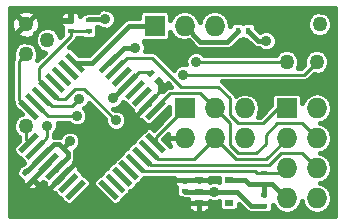
<source format=gtl>
%FSLAX46Y46*%
G04 Gerber Fmt 4.6, Leading zero omitted, Abs format (unit mm)*
G04 Created by KiCad (PCBNEW (2014-10-27 BZR 5228)-product) date 12/20/2014 4:46:43 PM*
%MOMM*%
G01*
G04 APERTURE LIST*
%ADD10C,0.100000*%
%ADD11C,1.270000*%
%ADD12R,1.727200X1.727200*%
%ADD13O,1.727200X1.727200*%
%ADD14R,0.762000X0.508000*%
%ADD15R,0.599440X0.398780*%
%ADD16R,0.398780X0.599440*%
%ADD17C,0.889000*%
%ADD18C,0.254000*%
%ADD19C,0.406400*%
%ADD20C,0.381000*%
G04 APERTURE END LIST*
D10*
D11*
X26416000Y-8382000D03*
X23876000Y-8382000D03*
X1778000Y-5207000D03*
D12*
X12700000Y-5334000D03*
D13*
X15240000Y-5334000D03*
X17780000Y-5334000D03*
D14*
X16446500Y-18415000D03*
X16446500Y-20320000D03*
X18986500Y-18415000D03*
X16446500Y-19367500D03*
X18986500Y-20320000D03*
D10*
G36*
X5439475Y-20077094D02*
X5121574Y-19759193D01*
X6535067Y-18345700D01*
X6852968Y-18663601D01*
X5439475Y-20077094D01*
X5439475Y-20077094D01*
G37*
G36*
X4873719Y-19511338D02*
X4555818Y-19193437D01*
X5969311Y-17779944D01*
X6287212Y-18097845D01*
X4873719Y-19511338D01*
X4873719Y-19511338D01*
G37*
G36*
X4307963Y-18945582D02*
X3990062Y-18627681D01*
X5403555Y-17214188D01*
X5721456Y-17532089D01*
X4307963Y-18945582D01*
X4307963Y-18945582D01*
G37*
G36*
X3742206Y-18379826D02*
X3424305Y-18061925D01*
X4837798Y-16648432D01*
X5155699Y-16966333D01*
X3742206Y-18379826D01*
X3742206Y-18379826D01*
G37*
G36*
X3176450Y-17814070D02*
X2858549Y-17496169D01*
X4272042Y-16082676D01*
X4589943Y-16400577D01*
X3176450Y-17814070D01*
X3176450Y-17814070D01*
G37*
G36*
X2610694Y-17248313D02*
X2292793Y-16930412D01*
X3706286Y-15516919D01*
X4024187Y-15834820D01*
X2610694Y-17248313D01*
X2610694Y-17248313D01*
G37*
G36*
X2044938Y-16682557D02*
X1727037Y-16364656D01*
X3140530Y-14951163D01*
X3458431Y-15269064D01*
X2044938Y-16682557D01*
X2044938Y-16682557D01*
G37*
G36*
X1479182Y-16116801D02*
X1161281Y-15798900D01*
X2574774Y-14385407D01*
X2892675Y-14703308D01*
X1479182Y-16116801D01*
X1479182Y-16116801D01*
G37*
G36*
X8246703Y-9356464D02*
X7928802Y-9038563D01*
X9342295Y-7625070D01*
X9660196Y-7942971D01*
X8246703Y-9356464D01*
X8246703Y-9356464D01*
G37*
G36*
X12215976Y-13325738D02*
X11898075Y-13007837D01*
X13311568Y-11594344D01*
X13629469Y-11912245D01*
X12215976Y-13325738D01*
X12215976Y-13325738D01*
G37*
G36*
X11641240Y-12751001D02*
X11323339Y-12433100D01*
X12736832Y-11019607D01*
X13054733Y-11337508D01*
X11641240Y-12751001D01*
X11641240Y-12751001D01*
G37*
G36*
X11066503Y-12176265D02*
X10748602Y-11858364D01*
X12162095Y-10444871D01*
X12479996Y-10762772D01*
X11066503Y-12176265D01*
X11066503Y-12176265D01*
G37*
G36*
X10509727Y-11619489D02*
X10191826Y-11301588D01*
X11605319Y-9888095D01*
X11923220Y-10205996D01*
X10509727Y-11619489D01*
X10509727Y-11619489D01*
G37*
G36*
X9934991Y-11044753D02*
X9617090Y-10726852D01*
X11030583Y-9313359D01*
X11348484Y-9631260D01*
X9934991Y-11044753D01*
X9934991Y-11044753D01*
G37*
G36*
X9378215Y-10487977D02*
X9060314Y-10170076D01*
X10473807Y-8756583D01*
X10791708Y-9074484D01*
X9378215Y-10487977D01*
X9378215Y-10487977D01*
G37*
G36*
X8803479Y-9913240D02*
X8485578Y-9595339D01*
X9899071Y-8181846D01*
X10216972Y-8499747D01*
X8803479Y-9913240D01*
X8803479Y-9913240D01*
G37*
G36*
X2567590Y-13293409D02*
X1154097Y-11879916D01*
X1471998Y-11562015D01*
X2885491Y-12975508D01*
X2567590Y-13293409D01*
X2567590Y-13293409D01*
G37*
G36*
X3131550Y-12729449D02*
X1718057Y-11315956D01*
X2035958Y-10998055D01*
X3449451Y-12411548D01*
X3131550Y-12729449D01*
X3131550Y-12729449D01*
G37*
G36*
X3699102Y-12161896D02*
X2285609Y-10748403D01*
X2603510Y-10430502D01*
X4017003Y-11843995D01*
X3699102Y-12161896D01*
X3699102Y-12161896D01*
G37*
G36*
X4263062Y-11597936D02*
X2849569Y-10184443D01*
X3167470Y-9866542D01*
X4580963Y-11280035D01*
X4263062Y-11597936D01*
X4263062Y-11597936D01*
G37*
G36*
X4830614Y-11030384D02*
X3417121Y-9616891D01*
X3735022Y-9298990D01*
X5148515Y-10712483D01*
X4830614Y-11030384D01*
X4830614Y-11030384D01*
G37*
G36*
X5394574Y-10466424D02*
X3981081Y-9052931D01*
X4298982Y-8735030D01*
X5712475Y-10148523D01*
X5394574Y-10466424D01*
X5394574Y-10466424D01*
G37*
G36*
X5962127Y-9898872D02*
X4548634Y-8485379D01*
X4866535Y-8167478D01*
X6280028Y-9580971D01*
X5962127Y-9898872D01*
X5962127Y-9898872D01*
G37*
G36*
X6526087Y-9334912D02*
X5112594Y-7921419D01*
X5430495Y-7603518D01*
X6843988Y-9017011D01*
X6526087Y-9334912D01*
X6526087Y-9334912D01*
G37*
G36*
X9360255Y-20078890D02*
X7946762Y-18665397D01*
X8264663Y-18347496D01*
X9678156Y-19760989D01*
X9360255Y-20078890D01*
X9360255Y-20078890D01*
G37*
G36*
X9917031Y-19522114D02*
X8503538Y-18108621D01*
X8821439Y-17790720D01*
X10234932Y-19204213D01*
X9917031Y-19522114D01*
X9917031Y-19522114D01*
G37*
G36*
X10491768Y-18947378D02*
X9078275Y-17533885D01*
X9396176Y-17215984D01*
X10809669Y-18629477D01*
X10491768Y-18947378D01*
X10491768Y-18947378D01*
G37*
G36*
X11048544Y-18390602D02*
X9635051Y-16977109D01*
X9952952Y-16659208D01*
X11366445Y-18072701D01*
X11048544Y-18390602D01*
X11048544Y-18390602D01*
G37*
G36*
X11605319Y-17833826D02*
X10191826Y-16420333D01*
X10509727Y-16102432D01*
X11923220Y-17515925D01*
X11605319Y-17833826D01*
X11605319Y-17833826D01*
G37*
G36*
X12180056Y-17259090D02*
X10766563Y-15845597D01*
X11084464Y-15527696D01*
X12497957Y-16941189D01*
X12180056Y-17259090D01*
X12180056Y-17259090D01*
G37*
G36*
X12754792Y-16684353D02*
X11341299Y-15270860D01*
X11659200Y-14952959D01*
X13072693Y-16366452D01*
X12754792Y-16684353D01*
X12754792Y-16684353D01*
G37*
G36*
X13329529Y-16109617D02*
X11916036Y-14696124D01*
X12233937Y-14378223D01*
X13647430Y-15791716D01*
X13329529Y-16109617D01*
X13329529Y-16109617D01*
G37*
D12*
X23876000Y-12319000D03*
D13*
X26416000Y-12319000D03*
X23876000Y-14859000D03*
X26416000Y-14859000D03*
X23876000Y-17399000D03*
X26416000Y-17399000D03*
X23876000Y-19939000D03*
X26416000Y-19939000D03*
D12*
X15240000Y-12319000D03*
D13*
X15240000Y-14859000D03*
X17780000Y-12319000D03*
X17780000Y-14859000D03*
X20320000Y-12319000D03*
X20320000Y-14859000D03*
D11*
X1778000Y-13843000D03*
X1778000Y-7747000D03*
X3619500Y-6540500D03*
X26670000Y-5207000D03*
D10*
G36*
X2766325Y-18280957D02*
X2342457Y-18704825D01*
X2060477Y-18422845D01*
X2484345Y-17998977D01*
X2766325Y-18280957D01*
X2766325Y-18280957D01*
G37*
G36*
X2130523Y-17645155D02*
X1706655Y-18069023D01*
X1424675Y-17787043D01*
X1848543Y-17363175D01*
X2130523Y-17645155D01*
X2130523Y-17645155D01*
G37*
D15*
X15240000Y-19309080D03*
X15240000Y-18409920D03*
D10*
G36*
X13370825Y-9898957D02*
X12946957Y-10322825D01*
X12664977Y-10040845D01*
X13088845Y-9616977D01*
X13370825Y-9898957D01*
X13370825Y-9898957D01*
G37*
G36*
X12735023Y-9263155D02*
X12311155Y-9687023D01*
X12029175Y-9405043D01*
X12453043Y-8981175D01*
X12735023Y-9263155D01*
X12735023Y-9263155D01*
G37*
D15*
X7112000Y-4884420D03*
X7112000Y-5783580D03*
X21971000Y-20579080D03*
X21971000Y-19679920D03*
X5588000Y-5783580D03*
X5588000Y-4884420D03*
X21971000Y-18737580D03*
X21971000Y-17838420D03*
D16*
X20642580Y-5778500D03*
X19743420Y-5778500D03*
D17*
X3619500Y-13779500D03*
X9398000Y-13335000D03*
X11049000Y-7175500D03*
X12890500Y-18542000D03*
X17716500Y-19367500D03*
X5524500Y-15113000D03*
X9194800Y-11455400D03*
X22161500Y-6604000D03*
X8509000Y-4762500D03*
X6286500Y-11557000D03*
X16192500Y-8382000D03*
X6096000Y-12954000D03*
X15113000Y-9461500D03*
D18*
X3619500Y-13779500D02*
X3619500Y-14790094D01*
X3619500Y-14790094D02*
X2592734Y-15816860D01*
X1778000Y-15002126D02*
X2026978Y-15251104D01*
X1778000Y-13843000D02*
X1778000Y-15002126D01*
X2019794Y-12427712D02*
X1206500Y-11614418D01*
X1206500Y-11614418D02*
X1206500Y-8318500D01*
X1206500Y-8318500D02*
X1778000Y-7747000D01*
X3715266Y-10732239D02*
X4540027Y-11557000D01*
X6731000Y-10668000D02*
X9398000Y-13335000D01*
X5969000Y-10668000D02*
X6731000Y-10668000D01*
X5080000Y-11557000D02*
X5969000Y-10668000D01*
X4540027Y-11557000D02*
X5080000Y-11557000D01*
X20320000Y-12319000D02*
X20325500Y-12319000D01*
X2921000Y-8890000D02*
X5588000Y-6223000D01*
X2921000Y-9937973D02*
X2921000Y-8890000D01*
X2921000Y-9937973D02*
X3715266Y-10732239D01*
X5588000Y-5784000D02*
X5588000Y-6223000D01*
X7012000Y-5784000D02*
X7112000Y-5884000D01*
X5588000Y-5784000D02*
X7012000Y-5784000D01*
X16256000Y-16383000D02*
X17780000Y-14859000D01*
X13025340Y-16637000D02*
X12206996Y-15818656D01*
X16002000Y-16637000D02*
X13025340Y-16637000D01*
X16256000Y-16383000D02*
X16002000Y-16637000D01*
X19558000Y-16637000D02*
X17780000Y-14859000D01*
X22141576Y-16637000D02*
X19558000Y-16637000D01*
X23876000Y-14902576D02*
X22141576Y-16637000D01*
X23876000Y-14859000D02*
X23876000Y-14902576D01*
X12781733Y-15243920D02*
X12781733Y-15094767D01*
X12781733Y-14777267D02*
X15240000Y-12319000D01*
X12781733Y-15243920D02*
X12781733Y-14777267D01*
X12763772Y-12460041D02*
X12763772Y-12445728D01*
X12763772Y-12460041D02*
X12812959Y-12460041D01*
X12763772Y-12318728D02*
X12763772Y-12460041D01*
X14033500Y-11049000D02*
X12763772Y-12318728D01*
X16510000Y-11049000D02*
X14033500Y-11049000D01*
X17780000Y-12319000D02*
X16510000Y-11049000D01*
X19050000Y-13589000D02*
X19050000Y-15049500D01*
X19050000Y-15049500D02*
X19050000Y-15410576D01*
X19050000Y-15410576D02*
X19768422Y-16128998D01*
X19768422Y-16128998D02*
X21272502Y-16128998D01*
X21272502Y-16128998D02*
X22098000Y-15303500D01*
X22098000Y-15303500D02*
X22098000Y-14541500D01*
X22098000Y-14541500D02*
X23050500Y-13589000D01*
X23050500Y-13589000D02*
X25146000Y-13589000D01*
X25146000Y-13589000D02*
X26416000Y-14859000D01*
X17780000Y-12319000D02*
X19050000Y-13589000D01*
X23114000Y-12319000D02*
X23876000Y-12319000D01*
X10334318Y-8064500D02*
X12509500Y-8064500D01*
X12509500Y-8064500D02*
X14922500Y-10477500D01*
X14922500Y-10477500D02*
X18097500Y-10477500D01*
X18097500Y-10477500D02*
X19050000Y-11430000D01*
X19050000Y-11430000D02*
X19050000Y-12870576D01*
X19050000Y-12870576D02*
X19768424Y-13589000D01*
X19768424Y-13589000D02*
X21844000Y-13589000D01*
X21844000Y-13589000D02*
X23114000Y-12319000D01*
X9351275Y-9047543D02*
X10334318Y-8064500D01*
X25146000Y-16129000D02*
X26416000Y-17399000D01*
X23368000Y-16129000D02*
X25146000Y-16129000D01*
X22605998Y-16891002D02*
X23368000Y-16129000D01*
X22351998Y-17145002D02*
X22605998Y-16891002D01*
X12383869Y-17145002D02*
X22351998Y-17145002D01*
X11632260Y-16393393D02*
X12383869Y-17145002D01*
X21971000Y-17838420D02*
X23436580Y-17838420D01*
X23436580Y-17838420D02*
X23876000Y-17399000D01*
X20701000Y-17653004D02*
X21209004Y-17653004D01*
X21394420Y-17838420D02*
X21971000Y-17838420D01*
X21209004Y-17653004D02*
X21394420Y-17838420D01*
X11742398Y-17653004D02*
X20701000Y-17653004D01*
X20701000Y-17653004D02*
X20706084Y-17653004D01*
X11057523Y-16968129D02*
X11742398Y-17653004D01*
D19*
X21971000Y-18737580D02*
X20706080Y-18737580D01*
X20383500Y-18415000D02*
X18986500Y-18415000D01*
X20706080Y-18737580D02*
X20383500Y-18415000D01*
X21971000Y-19679920D02*
X21971000Y-18737580D01*
X21971000Y-18737580D02*
X22674580Y-18737580D01*
X22674580Y-18737580D02*
X23876000Y-19939000D01*
X7405785Y-8469215D02*
X10541000Y-5334000D01*
X10541000Y-5334000D02*
X12700000Y-5334000D01*
X5978291Y-8469215D02*
X7405785Y-8469215D01*
X10109766Y-7175500D02*
X11049000Y-7175500D01*
X8794499Y-8490767D02*
X10109766Y-7175500D01*
X16573500Y-6667500D02*
X18854000Y-6667500D01*
X18854000Y-6667500D02*
X19743000Y-5778500D01*
X15240000Y-5334000D02*
X16573500Y-6667500D01*
X13022580Y-18409920D02*
X15240000Y-18409920D01*
X12890500Y-18542000D02*
X13022580Y-18409920D01*
X16446500Y-18415000D02*
X15245080Y-18415000D01*
X15245080Y-18415000D02*
X15240000Y-18409920D01*
X4855759Y-18079885D02*
X3758644Y-19177000D01*
X3238500Y-19177000D02*
X2484409Y-18422909D01*
X3758644Y-19177000D02*
X3238500Y-19177000D01*
X3724246Y-16948373D02*
X2484409Y-18188210D01*
X2484409Y-18188210D02*
X2484409Y-18422909D01*
D18*
X12189036Y-11885304D02*
X13088909Y-10985431D01*
X13088909Y-10985431D02*
X13088909Y-10040909D01*
D19*
X7695644Y-15240000D02*
X8834340Y-15240000D01*
X8834340Y-15240000D02*
X12189036Y-11885304D01*
X4855759Y-18079885D02*
X7695644Y-15240000D01*
X21971000Y-20579080D02*
X20896580Y-20579080D01*
X17716500Y-19367500D02*
X16446500Y-19367500D01*
X19685000Y-19367500D02*
X17716500Y-19367500D01*
X20896580Y-20579080D02*
X19685000Y-19367500D01*
X4921250Y-15716250D02*
X5524500Y-15113000D01*
X10482787Y-10179056D02*
X9206443Y-11455400D01*
X4290002Y-17514129D02*
X5334000Y-16470131D01*
X4174106Y-15367000D02*
X3158490Y-16382616D01*
X4572000Y-15367000D02*
X4921250Y-15716250D01*
X4921250Y-15716250D02*
X5334000Y-16129000D01*
X4174106Y-15367000D02*
X4572000Y-15367000D01*
X5334000Y-16470131D02*
X5334000Y-16129000D01*
X4329871Y-17514129D02*
X4290002Y-17514129D01*
X3158490Y-16382616D02*
X1896015Y-17645091D01*
X1896015Y-17645091D02*
X1706591Y-17645091D01*
D18*
X10482787Y-10179056D02*
X11398752Y-9263091D01*
X11398752Y-9263091D02*
X12311091Y-9263091D01*
D19*
X21468500Y-6604000D02*
X22161500Y-6604000D01*
X20643000Y-5778500D02*
X21468500Y-6604000D01*
X8487500Y-4784000D02*
X8509000Y-4762500D01*
X7112000Y-4784000D02*
X8487500Y-4784000D01*
X15240000Y-19309080D02*
X15298420Y-19367500D01*
X15298420Y-19367500D02*
X16446500Y-19367500D01*
D18*
X3983607Y-12128500D02*
X5715000Y-12128500D01*
X5715000Y-12128500D02*
X6286500Y-11557000D01*
X3151306Y-11296199D02*
X3983607Y-12128500D01*
X16192500Y-8382000D02*
X23876000Y-8382000D01*
X3674002Y-12954000D02*
X6096000Y-12954000D01*
X2583754Y-11863752D02*
X3674002Y-12954000D01*
X25336500Y-9461500D02*
X26416000Y-8382000D01*
X15113000Y-9461500D02*
X25336500Y-9461500D01*
D20*
G36*
X3756348Y-16962515D02*
X3738388Y-16980475D01*
X3724246Y-16966334D01*
X3710103Y-16980475D01*
X3692143Y-16962515D01*
X3706285Y-16948373D01*
X3692143Y-16934231D01*
X3710104Y-16916270D01*
X3724246Y-16930412D01*
X3738388Y-16916270D01*
X3756348Y-16934230D01*
X3742207Y-16948373D01*
X3756348Y-16962515D01*
X3756348Y-16962515D01*
G37*
X3756348Y-16962515D02*
X3738388Y-16980475D01*
X3724246Y-16966334D01*
X3710103Y-16980475D01*
X3692143Y-16962515D01*
X3706285Y-16948373D01*
X3692143Y-16934231D01*
X3710104Y-16916270D01*
X3724246Y-16930412D01*
X3738388Y-16916270D01*
X3756348Y-16934230D01*
X3742207Y-16948373D01*
X3756348Y-16962515D01*
G36*
X14114276Y-10477500D02*
X14033505Y-10477500D01*
X14033500Y-10477499D01*
X13814797Y-10521002D01*
X13753274Y-10562110D01*
X13629388Y-10644888D01*
X13629385Y-10644891D01*
X13399862Y-10874414D01*
X13389822Y-10884454D01*
X13207849Y-10884454D01*
X13308875Y-10783428D01*
X13301726Y-10776279D01*
X13431451Y-10646554D01*
X13452994Y-10625011D01*
X13452994Y-10422955D01*
X13017901Y-9987862D01*
X13003759Y-10002004D01*
X12985798Y-9984043D01*
X12999940Y-9969901D01*
X12985798Y-9955759D01*
X13003759Y-9937798D01*
X13017901Y-9951940D01*
X13032042Y-9937797D01*
X13050003Y-9955758D01*
X13035862Y-9969901D01*
X13470955Y-10404994D01*
X13673011Y-10404994D01*
X13694554Y-10383451D01*
X13855320Y-10222685D01*
X13856533Y-10219756D01*
X14114276Y-10477500D01*
X14114276Y-10477500D01*
G37*
X14114276Y-10477500D02*
X14033505Y-10477500D01*
X14033500Y-10477499D01*
X13814797Y-10521002D01*
X13753274Y-10562110D01*
X13629388Y-10644888D01*
X13629385Y-10644891D01*
X13399862Y-10874414D01*
X13389822Y-10884454D01*
X13207849Y-10884454D01*
X13308875Y-10783428D01*
X13301726Y-10776279D01*
X13431451Y-10646554D01*
X13452994Y-10625011D01*
X13452994Y-10422955D01*
X13017901Y-9987862D01*
X13003759Y-10002004D01*
X12985798Y-9984043D01*
X12999940Y-9969901D01*
X12985798Y-9955759D01*
X13003759Y-9937798D01*
X13017901Y-9951940D01*
X13032042Y-9937797D01*
X13050003Y-9955758D01*
X13035862Y-9969901D01*
X13470955Y-10404994D01*
X13673011Y-10404994D01*
X13694554Y-10383451D01*
X13855320Y-10222685D01*
X13856533Y-10219756D01*
X14114276Y-10477500D01*
G36*
X15272700Y-14871700D02*
X15252700Y-14871700D01*
X15252700Y-14891700D01*
X15227300Y-14891700D01*
X15227300Y-14871700D01*
X13947837Y-14871700D01*
X13824610Y-15096034D01*
X13841641Y-15181656D01*
X13985543Y-15501211D01*
X13899219Y-15414887D01*
X13425777Y-14941445D01*
X13850457Y-14516766D01*
X13841641Y-14536344D01*
X13824610Y-14621966D01*
X13947837Y-14846300D01*
X15227300Y-14846300D01*
X15227300Y-14826300D01*
X15252700Y-14826300D01*
X15252700Y-14846300D01*
X15272700Y-14846300D01*
X15272700Y-14871700D01*
X15272700Y-14871700D01*
G37*
X15272700Y-14871700D02*
X15252700Y-14871700D01*
X15252700Y-14891700D01*
X15227300Y-14891700D01*
X15227300Y-14871700D01*
X13947837Y-14871700D01*
X13824610Y-15096034D01*
X13841641Y-15181656D01*
X13985543Y-15501211D01*
X13899219Y-15414887D01*
X13425777Y-14941445D01*
X13850457Y-14516766D01*
X13841641Y-14536344D01*
X13824610Y-14621966D01*
X13947837Y-14846300D01*
X15227300Y-14846300D01*
X15227300Y-14826300D01*
X15252700Y-14826300D01*
X15252700Y-14846300D01*
X15272700Y-14846300D01*
X15272700Y-14871700D01*
G36*
X27953500Y-21476500D02*
X27749687Y-21476500D01*
X27749687Y-4993216D01*
X27585689Y-4596311D01*
X27282286Y-4292378D01*
X26885668Y-4127687D01*
X26456216Y-4127313D01*
X26059311Y-4291311D01*
X25755378Y-4594714D01*
X25590687Y-4991332D01*
X25590313Y-5420784D01*
X25754311Y-5817689D01*
X26057714Y-6121622D01*
X26454332Y-6286313D01*
X26883784Y-6286687D01*
X27280689Y-6122689D01*
X27584622Y-5819286D01*
X27749313Y-5422668D01*
X27749687Y-4993216D01*
X27749687Y-21476500D01*
X27724100Y-21476500D01*
X27724100Y-19964627D01*
X27724100Y-19913373D01*
X27624527Y-19412785D01*
X27340966Y-18988407D01*
X26916588Y-18704846D01*
X26736377Y-18669000D01*
X26916588Y-18633154D01*
X27340966Y-18349593D01*
X27624527Y-17925215D01*
X27724100Y-17424627D01*
X27724100Y-17373373D01*
X27624527Y-16872785D01*
X27340966Y-16448407D01*
X26916588Y-16164846D01*
X26736377Y-16129000D01*
X26916588Y-16093154D01*
X27340966Y-15809593D01*
X27624527Y-15385215D01*
X27724100Y-14884627D01*
X27724100Y-14833373D01*
X27624527Y-14332785D01*
X27340966Y-13908407D01*
X26916588Y-13624846D01*
X26736377Y-13589000D01*
X26916588Y-13553154D01*
X27340966Y-13269593D01*
X27624527Y-12845215D01*
X27724100Y-12344627D01*
X27724100Y-12293373D01*
X27624527Y-11792785D01*
X27340966Y-11368407D01*
X26916588Y-11084846D01*
X26416000Y-10985273D01*
X25915412Y-11084846D01*
X25491034Y-11368407D01*
X25207473Y-11792785D01*
X25184100Y-11910289D01*
X25184100Y-11366984D01*
X25116429Y-11203611D01*
X24991389Y-11078571D01*
X24828017Y-11010900D01*
X24651184Y-11010900D01*
X22923984Y-11010900D01*
X22760611Y-11078571D01*
X22635571Y-11203611D01*
X22567900Y-11366983D01*
X22567900Y-11543816D01*
X22567900Y-12056876D01*
X21607276Y-13017500D01*
X21421913Y-13017500D01*
X21554154Y-12819588D01*
X21653727Y-12319000D01*
X21554154Y-11818412D01*
X21270593Y-11394034D01*
X20846215Y-11110473D01*
X20345627Y-11010900D01*
X20294373Y-11010900D01*
X19793785Y-11110473D01*
X19585610Y-11249571D01*
X19577997Y-11211297D01*
X19577997Y-11211296D01*
X19454112Y-11025888D01*
X19454108Y-11025885D01*
X18501612Y-10073388D01*
X18441166Y-10033000D01*
X25336494Y-10033000D01*
X25336500Y-10033001D01*
X25336500Y-10033000D01*
X25518917Y-9996714D01*
X25555203Y-9989497D01*
X25555204Y-9989497D01*
X25740612Y-9865612D01*
X26161171Y-9445052D01*
X26200332Y-9461313D01*
X26629784Y-9461687D01*
X27026689Y-9297689D01*
X27330622Y-8994286D01*
X27495313Y-8597668D01*
X27495687Y-8168216D01*
X27331689Y-7771311D01*
X27028286Y-7467378D01*
X26631668Y-7302687D01*
X26202216Y-7302313D01*
X25805311Y-7466311D01*
X25501378Y-7769714D01*
X25336687Y-8166332D01*
X25336313Y-8595784D01*
X25353177Y-8636598D01*
X25099776Y-8890000D01*
X24833925Y-8890000D01*
X24955313Y-8597668D01*
X24955687Y-8168216D01*
X24791689Y-7771311D01*
X24488286Y-7467378D01*
X24091668Y-7302687D01*
X23662216Y-7302313D01*
X23265311Y-7466311D01*
X22961378Y-7769714D01*
X22944442Y-7810500D01*
X16878136Y-7810500D01*
X16696736Y-7628782D01*
X16370109Y-7493154D01*
X16016443Y-7492846D01*
X15689580Y-7627903D01*
X15439282Y-7877764D01*
X15303654Y-8204391D01*
X15303346Y-8558057D01*
X15313264Y-8582061D01*
X15290609Y-8572654D01*
X14936943Y-8572346D01*
X14610080Y-8707403D01*
X14359782Y-8957264D01*
X14315978Y-9062754D01*
X12913612Y-7660388D01*
X12728204Y-7536503D01*
X12691917Y-7529285D01*
X12509500Y-7492999D01*
X12509494Y-7493000D01*
X11879757Y-7493000D01*
X11937846Y-7353109D01*
X11938154Y-6999443D01*
X11803097Y-6672580D01*
X11772670Y-6642100D01*
X11924816Y-6642100D01*
X13652016Y-6642100D01*
X13815389Y-6574429D01*
X13940429Y-6449389D01*
X14008100Y-6286017D01*
X14008100Y-6109184D01*
X14008100Y-5837961D01*
X14289407Y-6258966D01*
X14713785Y-6542527D01*
X15214373Y-6642100D01*
X15265627Y-6642100D01*
X15571309Y-6581295D01*
X16115507Y-7125493D01*
X16325636Y-7265897D01*
X16573500Y-7315200D01*
X18854000Y-7315200D01*
X19101864Y-7265897D01*
X19311993Y-7125493D01*
X19914766Y-6522720D01*
X20031226Y-6522720D01*
X20192999Y-6455711D01*
X20354773Y-6522720D01*
X20471234Y-6522720D01*
X21010507Y-7061993D01*
X21220636Y-7202397D01*
X21468500Y-7251700D01*
X21551930Y-7251700D01*
X21657264Y-7357218D01*
X21983891Y-7492846D01*
X22337557Y-7493154D01*
X22664420Y-7358097D01*
X22914718Y-7108236D01*
X23050346Y-6781609D01*
X23050654Y-6427943D01*
X22915597Y-6101080D01*
X22665736Y-5850782D01*
X22339109Y-5715154D01*
X21985443Y-5714846D01*
X21658580Y-5849903D01*
X21644472Y-5863986D01*
X21286470Y-5505984D01*
X21286470Y-5390364D01*
X21218799Y-5226991D01*
X21093759Y-5101951D01*
X20930387Y-5034280D01*
X20753554Y-5034280D01*
X20354774Y-5034280D01*
X20193000Y-5101288D01*
X20031227Y-5034280D01*
X19854394Y-5034280D01*
X19455614Y-5034280D01*
X19292241Y-5101951D01*
X19167201Y-5226991D01*
X19105274Y-5376495D01*
X19113727Y-5334000D01*
X19014154Y-4833412D01*
X18730593Y-4409034D01*
X18306215Y-4125473D01*
X17805627Y-4025900D01*
X17754373Y-4025900D01*
X17253785Y-4125473D01*
X16829407Y-4409034D01*
X16545846Y-4833412D01*
X16510000Y-5013622D01*
X16474154Y-4833412D01*
X16190593Y-4409034D01*
X15766215Y-4125473D01*
X15265627Y-4025900D01*
X15214373Y-4025900D01*
X14713785Y-4125473D01*
X14289407Y-4409034D01*
X14008100Y-4830038D01*
X14008100Y-4381984D01*
X13940429Y-4218611D01*
X13815389Y-4093571D01*
X13652017Y-4025900D01*
X13475184Y-4025900D01*
X11747984Y-4025900D01*
X11584611Y-4093571D01*
X11459571Y-4218611D01*
X11391900Y-4381983D01*
X11391900Y-4558816D01*
X11391900Y-4686300D01*
X10541000Y-4686300D01*
X10293136Y-4735603D01*
X10083007Y-4876007D01*
X7137498Y-7821515D01*
X6277110Y-7821515D01*
X5682285Y-7226690D01*
X5518912Y-7159018D01*
X5460205Y-7159018D01*
X5992108Y-6627114D01*
X5992112Y-6627112D01*
X5992112Y-6627111D01*
X6074889Y-6503226D01*
X6115997Y-6441704D01*
X6115998Y-6441703D01*
X6131641Y-6363057D01*
X6139509Y-6359799D01*
X6143808Y-6355500D01*
X6556192Y-6355500D01*
X6560491Y-6359799D01*
X6723863Y-6427470D01*
X6900696Y-6427470D01*
X6971084Y-6427470D01*
X7112000Y-6455500D01*
X7252915Y-6427470D01*
X7500136Y-6427470D01*
X7663509Y-6359799D01*
X7788549Y-6234759D01*
X7856220Y-6071387D01*
X7856220Y-5894554D01*
X7856220Y-5495774D01*
X7829679Y-5431700D01*
X7920892Y-5431700D01*
X8004764Y-5515718D01*
X8331391Y-5651346D01*
X8685057Y-5651654D01*
X9011920Y-5516597D01*
X9262218Y-5266736D01*
X9397846Y-4940109D01*
X9398154Y-4586443D01*
X9263097Y-4259580D01*
X9013236Y-4009282D01*
X8686609Y-3873654D01*
X8332943Y-3873346D01*
X8006080Y-4008403D01*
X7877959Y-4136300D01*
X7112000Y-4136300D01*
X6864136Y-4185603D01*
X6781932Y-4240530D01*
X6723864Y-4240530D01*
X6560491Y-4308201D01*
X6435451Y-4433241D01*
X6418731Y-4473604D01*
X6372214Y-4361302D01*
X6211449Y-4200536D01*
X6001399Y-4113530D01*
X5774042Y-4113530D01*
X5743575Y-4113530D01*
X5600700Y-4256405D01*
X5600700Y-4871720D01*
X5620700Y-4871720D01*
X5620700Y-4897120D01*
X5600700Y-4897120D01*
X5600700Y-4917120D01*
X5575300Y-4917120D01*
X5575300Y-4897120D01*
X5575300Y-4871720D01*
X5575300Y-4256405D01*
X5432425Y-4113530D01*
X5401958Y-4113530D01*
X5174601Y-4113530D01*
X4964551Y-4200536D01*
X4803786Y-4361302D01*
X4716780Y-4571352D01*
X4716780Y-4728845D01*
X4859655Y-4871720D01*
X5575300Y-4871720D01*
X5575300Y-4897120D01*
X4859655Y-4897120D01*
X4716780Y-5039995D01*
X4716780Y-5197488D01*
X4803786Y-5407538D01*
X4857909Y-5461661D01*
X4843780Y-5495773D01*
X4843780Y-5672606D01*
X4843780Y-6071386D01*
X4869440Y-6133336D01*
X4692425Y-6310351D01*
X4535189Y-5929811D01*
X4231786Y-5625878D01*
X3835168Y-5461187D01*
X3405716Y-5460813D01*
X3008811Y-5624811D01*
X2835140Y-5798178D01*
X2977049Y-5481805D01*
X2990940Y-5002031D01*
X2820172Y-4553461D01*
X2780613Y-4494257D01*
X2555738Y-4447222D01*
X2537778Y-4465182D01*
X2537778Y-4429262D01*
X2490743Y-4204387D01*
X2052805Y-4007951D01*
X1573031Y-3994060D01*
X1124461Y-4164828D01*
X1065257Y-4204387D01*
X1018222Y-4429262D01*
X1778000Y-5189039D01*
X2537778Y-4429262D01*
X2537778Y-4465182D01*
X1795961Y-5207000D01*
X1810102Y-5221142D01*
X1792142Y-5239102D01*
X1778000Y-5224961D01*
X1760039Y-5242921D01*
X1760039Y-5207000D01*
X1000262Y-4447222D01*
X775387Y-4494257D01*
X578951Y-4932195D01*
X565060Y-5411969D01*
X735828Y-5860539D01*
X775387Y-5919743D01*
X1000262Y-5966778D01*
X1760039Y-5207000D01*
X1760039Y-5242921D01*
X1018222Y-5984738D01*
X1065257Y-6209613D01*
X1503195Y-6406049D01*
X1982969Y-6419940D01*
X2431539Y-6249172D01*
X2490743Y-6209613D01*
X2537777Y-5984740D01*
X2537778Y-5984741D01*
X2636218Y-6083181D01*
X2643590Y-6075808D01*
X2540187Y-6324832D01*
X2539813Y-6754284D01*
X2703811Y-7151189D01*
X3007214Y-7455122D01*
X3389086Y-7613690D01*
X2727510Y-8275265D01*
X2857313Y-7962668D01*
X2857687Y-7533216D01*
X2693689Y-7136311D01*
X2537778Y-6980127D01*
X2390286Y-6832378D01*
X1993668Y-6667687D01*
X1564216Y-6667313D01*
X1167311Y-6831311D01*
X863378Y-7134714D01*
X698687Y-7531332D01*
X698313Y-7960784D01*
X726234Y-8028359D01*
X726234Y-8028360D01*
X678503Y-8099796D01*
X671285Y-8136082D01*
X634999Y-8318500D01*
X635000Y-8318505D01*
X635000Y-11614412D01*
X634999Y-11614418D01*
X671285Y-11796835D01*
X678503Y-11833122D01*
X709597Y-11879657D01*
X709597Y-11968333D01*
X777268Y-12131705D01*
X902308Y-12256745D01*
X1454294Y-12808731D01*
X1167311Y-12927311D01*
X863378Y-13230714D01*
X698687Y-13627332D01*
X698313Y-14056784D01*
X862311Y-14453689D01*
X1165714Y-14757622D01*
X1206500Y-14774557D01*
X1206500Y-15002120D01*
X1206499Y-15002126D01*
X1226896Y-15104666D01*
X784453Y-15547110D01*
X716781Y-15710483D01*
X716781Y-15887316D01*
X784452Y-16050688D01*
X909492Y-16175728D01*
X1227393Y-16493629D01*
X1314236Y-16529601D01*
X1350208Y-16616444D01*
X1475248Y-16741484D01*
X1679441Y-16945677D01*
X1668486Y-16956633D01*
X1596754Y-16986346D01*
X1555694Y-17027406D01*
X1458727Y-17046694D01*
X1248598Y-17187098D01*
X1108194Y-17397227D01*
X1088906Y-17494193D01*
X1047846Y-17535254D01*
X980175Y-17698626D01*
X980175Y-17875460D01*
X1047846Y-18038832D01*
X1172886Y-18163872D01*
X1454866Y-18445852D01*
X1488977Y-18459981D01*
X1488978Y-18536524D01*
X1575983Y-18746574D01*
X1687347Y-18857938D01*
X1889403Y-18857938D01*
X2395440Y-18351901D01*
X2381298Y-18337759D01*
X2399259Y-18319798D01*
X2413401Y-18333940D01*
X2427543Y-18319798D01*
X2445504Y-18337759D01*
X2431362Y-18351901D01*
X2866455Y-18786994D01*
X3068511Y-18786994D01*
X3090054Y-18765451D01*
X3250820Y-18604685D01*
X3276485Y-18542722D01*
X3418562Y-18684799D01*
X3418562Y-18741359D01*
X3505568Y-18951409D01*
X3634893Y-19080735D01*
X3836949Y-19080735D01*
X4837798Y-18079885D01*
X4823656Y-18065743D01*
X4841617Y-18047782D01*
X4855759Y-18061924D01*
X5856609Y-17061075D01*
X5856609Y-16859019D01*
X5845554Y-16847964D01*
X5932397Y-16717995D01*
X5981700Y-16470131D01*
X5981700Y-16129000D01*
X5937033Y-15904444D01*
X6027420Y-15867097D01*
X6277718Y-15617236D01*
X6413346Y-15290609D01*
X6413654Y-14936943D01*
X6278597Y-14610080D01*
X6028736Y-14359782D01*
X5702109Y-14224154D01*
X5348443Y-14223846D01*
X5021580Y-14358903D01*
X4771282Y-14608764D01*
X4713680Y-14747481D01*
X4572000Y-14719300D01*
X4191000Y-14719300D01*
X4191000Y-14465136D01*
X4372718Y-14283736D01*
X4508346Y-13957109D01*
X4508654Y-13603443D01*
X4476448Y-13525500D01*
X5410363Y-13525500D01*
X5591764Y-13707218D01*
X5918391Y-13842846D01*
X6272057Y-13843154D01*
X6598920Y-13708097D01*
X6849218Y-13458236D01*
X6984846Y-13131609D01*
X6985154Y-12777943D01*
X6850097Y-12451080D01*
X6733445Y-12334224D01*
X6789420Y-12311097D01*
X7039718Y-12061236D01*
X7120784Y-11866007D01*
X8509069Y-13254292D01*
X8508846Y-13511057D01*
X8643903Y-13837920D01*
X8893764Y-14088218D01*
X9220391Y-14223846D01*
X9574057Y-14224154D01*
X9900920Y-14089097D01*
X10151218Y-13839236D01*
X10286846Y-13512609D01*
X10287154Y-13158943D01*
X10152097Y-12832080D01*
X9902236Y-12581782D01*
X9575609Y-12446154D01*
X9317152Y-12445928D01*
X9215642Y-12344418D01*
X9370857Y-12344554D01*
X9697720Y-12209497D01*
X9948018Y-11959636D01*
X10028187Y-11766566D01*
X10257938Y-11996317D01*
X10338431Y-12029658D01*
X10371773Y-12110152D01*
X10496813Y-12235192D01*
X10751839Y-12490218D01*
X10751839Y-12546778D01*
X10838845Y-12756828D01*
X10968170Y-12886154D01*
X11170226Y-12886154D01*
X12171075Y-11885304D01*
X12156933Y-11871162D01*
X12174894Y-11853201D01*
X12189036Y-11867343D01*
X12203178Y-11853201D01*
X12221138Y-11871161D01*
X12206997Y-11885304D01*
X12221139Y-11899446D01*
X12203178Y-11917407D01*
X12189036Y-11903265D01*
X11188186Y-12904114D01*
X11188186Y-13106169D01*
X11188186Y-13106170D01*
X11317512Y-13235495D01*
X11527562Y-13322501D01*
X11584121Y-13322500D01*
X11646286Y-13384665D01*
X11964187Y-13702566D01*
X12127560Y-13770238D01*
X12304393Y-13770238D01*
X12467765Y-13702567D01*
X12592805Y-13577527D01*
X13931900Y-12238432D01*
X13931900Y-12818876D01*
X12617554Y-14133222D01*
X12485727Y-14001395D01*
X12322354Y-13933723D01*
X12145521Y-13933723D01*
X11982149Y-14001394D01*
X11857109Y-14126434D01*
X11539208Y-14444335D01*
X11500605Y-14537527D01*
X11407412Y-14576130D01*
X11282372Y-14701170D01*
X10964471Y-15019071D01*
X10925868Y-15112265D01*
X10832676Y-15150867D01*
X10707636Y-15275907D01*
X10389735Y-15593808D01*
X10351132Y-15687000D01*
X10257939Y-15725603D01*
X10132899Y-15850643D01*
X9814998Y-16168544D01*
X9781655Y-16249038D01*
X9701164Y-16282379D01*
X9576124Y-16407419D01*
X9258223Y-16725320D01*
X9224881Y-16805813D01*
X9144388Y-16839155D01*
X9019348Y-16964195D01*
X8701447Y-17282096D01*
X8662844Y-17375288D01*
X8569651Y-17413891D01*
X8444611Y-17538931D01*
X8126710Y-17856832D01*
X8093368Y-17937325D01*
X8012875Y-17970667D01*
X7887835Y-18095707D01*
X7569934Y-18413608D01*
X7502262Y-18576981D01*
X7502262Y-18753814D01*
X7569933Y-18917186D01*
X7694973Y-19042226D01*
X9108465Y-20455718D01*
X9271838Y-20523390D01*
X9448671Y-20523390D01*
X9612043Y-20455719D01*
X9737083Y-20330679D01*
X10054984Y-20012778D01*
X10088325Y-19932284D01*
X10168819Y-19898943D01*
X10293859Y-19773903D01*
X10611760Y-19456002D01*
X10650362Y-19362809D01*
X10743556Y-19324207D01*
X10868596Y-19199167D01*
X11186497Y-18881266D01*
X11219838Y-18800772D01*
X11300332Y-18767431D01*
X11425372Y-18642391D01*
X11743273Y-18324490D01*
X11776615Y-18243995D01*
X11823672Y-18224504D01*
X14368780Y-18224504D01*
X14368780Y-18254345D01*
X14511655Y-18397220D01*
X15227300Y-18397220D01*
X15227300Y-18377220D01*
X15252700Y-18377220D01*
X15252700Y-18397220D01*
X15631795Y-18397220D01*
X15636875Y-18402300D01*
X16433800Y-18402300D01*
X16433800Y-18382300D01*
X16459200Y-18382300D01*
X16459200Y-18402300D01*
X17256125Y-18402300D01*
X17399000Y-18259425D01*
X17399000Y-18224504D01*
X18161000Y-18224504D01*
X18161000Y-18249416D01*
X18161000Y-18589477D01*
X17894109Y-18478654D01*
X17540443Y-18478346D01*
X17375092Y-18546667D01*
X17256125Y-18427700D01*
X16459200Y-18427700D01*
X16459200Y-18447700D01*
X16433800Y-18447700D01*
X16433800Y-18427700D01*
X15973425Y-18427700D01*
X15968345Y-18422620D01*
X15252700Y-18422620D01*
X15252700Y-18442620D01*
X15227300Y-18442620D01*
X15227300Y-18422620D01*
X14511655Y-18422620D01*
X14368780Y-18565495D01*
X14368780Y-18722988D01*
X14455786Y-18933038D01*
X14509909Y-18987161D01*
X14495780Y-19021273D01*
X14495780Y-19198106D01*
X14495780Y-19596886D01*
X14563451Y-19760259D01*
X14688491Y-19885299D01*
X14851863Y-19952970D01*
X15028696Y-19952970D01*
X15031208Y-19952970D01*
X15031209Y-19952970D01*
X15050555Y-19965897D01*
X15050556Y-19965897D01*
X15298420Y-20015200D01*
X15494000Y-20015200D01*
X15494000Y-20164425D01*
X15636875Y-20307300D01*
X16433800Y-20307300D01*
X16433800Y-20287300D01*
X16459200Y-20287300D01*
X16459200Y-20307300D01*
X17256125Y-20307300D01*
X17375093Y-20188331D01*
X17538891Y-20256346D01*
X17892557Y-20256654D01*
X18161000Y-20145735D01*
X18161000Y-20154416D01*
X18161000Y-20662416D01*
X18228671Y-20825789D01*
X18353711Y-20950829D01*
X18517083Y-21018500D01*
X18693916Y-21018500D01*
X19455916Y-21018500D01*
X19619289Y-20950829D01*
X19744329Y-20825789D01*
X19812000Y-20662417D01*
X19812000Y-20485584D01*
X19812000Y-20410486D01*
X20438587Y-21037073D01*
X20648716Y-21177477D01*
X20896580Y-21226780D01*
X21971000Y-21226780D01*
X21990154Y-21222970D01*
X22359136Y-21222970D01*
X22522509Y-21155299D01*
X22647549Y-21030259D01*
X22715220Y-20866887D01*
X22715220Y-20690054D01*
X22715220Y-20536673D01*
X22951034Y-20889593D01*
X23375412Y-21173154D01*
X23876000Y-21272727D01*
X24376588Y-21173154D01*
X24800966Y-20889593D01*
X25084527Y-20465215D01*
X25146000Y-20156168D01*
X25207473Y-20465215D01*
X25491034Y-20889593D01*
X25915412Y-21173154D01*
X26416000Y-21272727D01*
X26916588Y-21173154D01*
X27340966Y-20889593D01*
X27624527Y-20465215D01*
X27724100Y-19964627D01*
X27724100Y-21476500D01*
X17399000Y-21476500D01*
X17399000Y-20687678D01*
X17399000Y-20475575D01*
X17256125Y-20332700D01*
X16459200Y-20332700D01*
X16459200Y-21002625D01*
X16602075Y-21145500D01*
X16713822Y-21145500D01*
X16941179Y-21145500D01*
X17151229Y-21058494D01*
X17311994Y-20897728D01*
X17399000Y-20687678D01*
X17399000Y-21476500D01*
X16433800Y-21476500D01*
X16433800Y-21002625D01*
X16433800Y-20332700D01*
X15636875Y-20332700D01*
X15494000Y-20475575D01*
X15494000Y-20687678D01*
X15581006Y-20897728D01*
X15741771Y-21058494D01*
X15951821Y-21145500D01*
X16179178Y-21145500D01*
X16290925Y-21145500D01*
X16433800Y-21002625D01*
X16433800Y-21476500D01*
X7297468Y-21476500D01*
X7297468Y-18752018D01*
X7297468Y-18575185D01*
X7229797Y-18411813D01*
X7104757Y-18286773D01*
X6786856Y-17968872D01*
X6700012Y-17932899D01*
X6664041Y-17846057D01*
X6539001Y-17721017D01*
X6292955Y-17474971D01*
X6292956Y-17418411D01*
X6205950Y-17208361D01*
X6076625Y-17079035D01*
X6076624Y-17079035D01*
X5874569Y-17079035D01*
X4873720Y-18079885D01*
X4887861Y-18094027D01*
X4869901Y-18111987D01*
X4855759Y-18097846D01*
X3854909Y-19098695D01*
X3854909Y-19300750D01*
X3854909Y-19300751D01*
X3984235Y-19430076D01*
X4194285Y-19517082D01*
X4250845Y-19517081D01*
X4304029Y-19570265D01*
X4621930Y-19888166D01*
X4708773Y-19924138D01*
X4744745Y-20010981D01*
X4869785Y-20136021D01*
X5187686Y-20453922D01*
X5351059Y-20521594D01*
X5527892Y-20521594D01*
X5691264Y-20453923D01*
X5816304Y-20328883D01*
X7229796Y-18915391D01*
X7297468Y-18752018D01*
X7297468Y-21476500D01*
X2848494Y-21476500D01*
X2848494Y-19007011D01*
X2848494Y-18804955D01*
X2413401Y-18369862D01*
X1907364Y-18875899D01*
X1907364Y-19077955D01*
X2018728Y-19189319D01*
X2228778Y-19276324D01*
X2456135Y-19276325D01*
X2666185Y-19189320D01*
X2826951Y-19028554D01*
X2848494Y-19007011D01*
X2848494Y-21476500D01*
X494500Y-21476500D01*
X494500Y-3796500D01*
X13462000Y-3796500D01*
X27953500Y-3796500D01*
X27953500Y-21476500D01*
X27953500Y-21476500D01*
G37*
X27953500Y-21476500D02*
X27749687Y-21476500D01*
X27749687Y-4993216D01*
X27585689Y-4596311D01*
X27282286Y-4292378D01*
X26885668Y-4127687D01*
X26456216Y-4127313D01*
X26059311Y-4291311D01*
X25755378Y-4594714D01*
X25590687Y-4991332D01*
X25590313Y-5420784D01*
X25754311Y-5817689D01*
X26057714Y-6121622D01*
X26454332Y-6286313D01*
X26883784Y-6286687D01*
X27280689Y-6122689D01*
X27584622Y-5819286D01*
X27749313Y-5422668D01*
X27749687Y-4993216D01*
X27749687Y-21476500D01*
X27724100Y-21476500D01*
X27724100Y-19964627D01*
X27724100Y-19913373D01*
X27624527Y-19412785D01*
X27340966Y-18988407D01*
X26916588Y-18704846D01*
X26736377Y-18669000D01*
X26916588Y-18633154D01*
X27340966Y-18349593D01*
X27624527Y-17925215D01*
X27724100Y-17424627D01*
X27724100Y-17373373D01*
X27624527Y-16872785D01*
X27340966Y-16448407D01*
X26916588Y-16164846D01*
X26736377Y-16129000D01*
X26916588Y-16093154D01*
X27340966Y-15809593D01*
X27624527Y-15385215D01*
X27724100Y-14884627D01*
X27724100Y-14833373D01*
X27624527Y-14332785D01*
X27340966Y-13908407D01*
X26916588Y-13624846D01*
X26736377Y-13589000D01*
X26916588Y-13553154D01*
X27340966Y-13269593D01*
X27624527Y-12845215D01*
X27724100Y-12344627D01*
X27724100Y-12293373D01*
X27624527Y-11792785D01*
X27340966Y-11368407D01*
X26916588Y-11084846D01*
X26416000Y-10985273D01*
X25915412Y-11084846D01*
X25491034Y-11368407D01*
X25207473Y-11792785D01*
X25184100Y-11910289D01*
X25184100Y-11366984D01*
X25116429Y-11203611D01*
X24991389Y-11078571D01*
X24828017Y-11010900D01*
X24651184Y-11010900D01*
X22923984Y-11010900D01*
X22760611Y-11078571D01*
X22635571Y-11203611D01*
X22567900Y-11366983D01*
X22567900Y-11543816D01*
X22567900Y-12056876D01*
X21607276Y-13017500D01*
X21421913Y-13017500D01*
X21554154Y-12819588D01*
X21653727Y-12319000D01*
X21554154Y-11818412D01*
X21270593Y-11394034D01*
X20846215Y-11110473D01*
X20345627Y-11010900D01*
X20294373Y-11010900D01*
X19793785Y-11110473D01*
X19585610Y-11249571D01*
X19577997Y-11211297D01*
X19577997Y-11211296D01*
X19454112Y-11025888D01*
X19454108Y-11025885D01*
X18501612Y-10073388D01*
X18441166Y-10033000D01*
X25336494Y-10033000D01*
X25336500Y-10033001D01*
X25336500Y-10033000D01*
X25518917Y-9996714D01*
X25555203Y-9989497D01*
X25555204Y-9989497D01*
X25740612Y-9865612D01*
X26161171Y-9445052D01*
X26200332Y-9461313D01*
X26629784Y-9461687D01*
X27026689Y-9297689D01*
X27330622Y-8994286D01*
X27495313Y-8597668D01*
X27495687Y-8168216D01*
X27331689Y-7771311D01*
X27028286Y-7467378D01*
X26631668Y-7302687D01*
X26202216Y-7302313D01*
X25805311Y-7466311D01*
X25501378Y-7769714D01*
X25336687Y-8166332D01*
X25336313Y-8595784D01*
X25353177Y-8636598D01*
X25099776Y-8890000D01*
X24833925Y-8890000D01*
X24955313Y-8597668D01*
X24955687Y-8168216D01*
X24791689Y-7771311D01*
X24488286Y-7467378D01*
X24091668Y-7302687D01*
X23662216Y-7302313D01*
X23265311Y-7466311D01*
X22961378Y-7769714D01*
X22944442Y-7810500D01*
X16878136Y-7810500D01*
X16696736Y-7628782D01*
X16370109Y-7493154D01*
X16016443Y-7492846D01*
X15689580Y-7627903D01*
X15439282Y-7877764D01*
X15303654Y-8204391D01*
X15303346Y-8558057D01*
X15313264Y-8582061D01*
X15290609Y-8572654D01*
X14936943Y-8572346D01*
X14610080Y-8707403D01*
X14359782Y-8957264D01*
X14315978Y-9062754D01*
X12913612Y-7660388D01*
X12728204Y-7536503D01*
X12691917Y-7529285D01*
X12509500Y-7492999D01*
X12509494Y-7493000D01*
X11879757Y-7493000D01*
X11937846Y-7353109D01*
X11938154Y-6999443D01*
X11803097Y-6672580D01*
X11772670Y-6642100D01*
X11924816Y-6642100D01*
X13652016Y-6642100D01*
X13815389Y-6574429D01*
X13940429Y-6449389D01*
X14008100Y-6286017D01*
X14008100Y-6109184D01*
X14008100Y-5837961D01*
X14289407Y-6258966D01*
X14713785Y-6542527D01*
X15214373Y-6642100D01*
X15265627Y-6642100D01*
X15571309Y-6581295D01*
X16115507Y-7125493D01*
X16325636Y-7265897D01*
X16573500Y-7315200D01*
X18854000Y-7315200D01*
X19101864Y-7265897D01*
X19311993Y-7125493D01*
X19914766Y-6522720D01*
X20031226Y-6522720D01*
X20192999Y-6455711D01*
X20354773Y-6522720D01*
X20471234Y-6522720D01*
X21010507Y-7061993D01*
X21220636Y-7202397D01*
X21468500Y-7251700D01*
X21551930Y-7251700D01*
X21657264Y-7357218D01*
X21983891Y-7492846D01*
X22337557Y-7493154D01*
X22664420Y-7358097D01*
X22914718Y-7108236D01*
X23050346Y-6781609D01*
X23050654Y-6427943D01*
X22915597Y-6101080D01*
X22665736Y-5850782D01*
X22339109Y-5715154D01*
X21985443Y-5714846D01*
X21658580Y-5849903D01*
X21644472Y-5863986D01*
X21286470Y-5505984D01*
X21286470Y-5390364D01*
X21218799Y-5226991D01*
X21093759Y-5101951D01*
X20930387Y-5034280D01*
X20753554Y-5034280D01*
X20354774Y-5034280D01*
X20193000Y-5101288D01*
X20031227Y-5034280D01*
X19854394Y-5034280D01*
X19455614Y-5034280D01*
X19292241Y-5101951D01*
X19167201Y-5226991D01*
X19105274Y-5376495D01*
X19113727Y-5334000D01*
X19014154Y-4833412D01*
X18730593Y-4409034D01*
X18306215Y-4125473D01*
X17805627Y-4025900D01*
X17754373Y-4025900D01*
X17253785Y-4125473D01*
X16829407Y-4409034D01*
X16545846Y-4833412D01*
X16510000Y-5013622D01*
X16474154Y-4833412D01*
X16190593Y-4409034D01*
X15766215Y-4125473D01*
X15265627Y-4025900D01*
X15214373Y-4025900D01*
X14713785Y-4125473D01*
X14289407Y-4409034D01*
X14008100Y-4830038D01*
X14008100Y-4381984D01*
X13940429Y-4218611D01*
X13815389Y-4093571D01*
X13652017Y-4025900D01*
X13475184Y-4025900D01*
X11747984Y-4025900D01*
X11584611Y-4093571D01*
X11459571Y-4218611D01*
X11391900Y-4381983D01*
X11391900Y-4558816D01*
X11391900Y-4686300D01*
X10541000Y-4686300D01*
X10293136Y-4735603D01*
X10083007Y-4876007D01*
X7137498Y-7821515D01*
X6277110Y-7821515D01*
X5682285Y-7226690D01*
X5518912Y-7159018D01*
X5460205Y-7159018D01*
X5992108Y-6627114D01*
X5992112Y-6627112D01*
X5992112Y-6627111D01*
X6074889Y-6503226D01*
X6115997Y-6441704D01*
X6115998Y-6441703D01*
X6131641Y-6363057D01*
X6139509Y-6359799D01*
X6143808Y-6355500D01*
X6556192Y-6355500D01*
X6560491Y-6359799D01*
X6723863Y-6427470D01*
X6900696Y-6427470D01*
X6971084Y-6427470D01*
X7112000Y-6455500D01*
X7252915Y-6427470D01*
X7500136Y-6427470D01*
X7663509Y-6359799D01*
X7788549Y-6234759D01*
X7856220Y-6071387D01*
X7856220Y-5894554D01*
X7856220Y-5495774D01*
X7829679Y-5431700D01*
X7920892Y-5431700D01*
X8004764Y-5515718D01*
X8331391Y-5651346D01*
X8685057Y-5651654D01*
X9011920Y-5516597D01*
X9262218Y-5266736D01*
X9397846Y-4940109D01*
X9398154Y-4586443D01*
X9263097Y-4259580D01*
X9013236Y-4009282D01*
X8686609Y-3873654D01*
X8332943Y-3873346D01*
X8006080Y-4008403D01*
X7877959Y-4136300D01*
X7112000Y-4136300D01*
X6864136Y-4185603D01*
X6781932Y-4240530D01*
X6723864Y-4240530D01*
X6560491Y-4308201D01*
X6435451Y-4433241D01*
X6418731Y-4473604D01*
X6372214Y-4361302D01*
X6211449Y-4200536D01*
X6001399Y-4113530D01*
X5774042Y-4113530D01*
X5743575Y-4113530D01*
X5600700Y-4256405D01*
X5600700Y-4871720D01*
X5620700Y-4871720D01*
X5620700Y-4897120D01*
X5600700Y-4897120D01*
X5600700Y-4917120D01*
X5575300Y-4917120D01*
X5575300Y-4897120D01*
X5575300Y-4871720D01*
X5575300Y-4256405D01*
X5432425Y-4113530D01*
X5401958Y-4113530D01*
X5174601Y-4113530D01*
X4964551Y-4200536D01*
X4803786Y-4361302D01*
X4716780Y-4571352D01*
X4716780Y-4728845D01*
X4859655Y-4871720D01*
X5575300Y-4871720D01*
X5575300Y-4897120D01*
X4859655Y-4897120D01*
X4716780Y-5039995D01*
X4716780Y-5197488D01*
X4803786Y-5407538D01*
X4857909Y-5461661D01*
X4843780Y-5495773D01*
X4843780Y-5672606D01*
X4843780Y-6071386D01*
X4869440Y-6133336D01*
X4692425Y-6310351D01*
X4535189Y-5929811D01*
X4231786Y-5625878D01*
X3835168Y-5461187D01*
X3405716Y-5460813D01*
X3008811Y-5624811D01*
X2835140Y-5798178D01*
X2977049Y-5481805D01*
X2990940Y-5002031D01*
X2820172Y-4553461D01*
X2780613Y-4494257D01*
X2555738Y-4447222D01*
X2537778Y-4465182D01*
X2537778Y-4429262D01*
X2490743Y-4204387D01*
X2052805Y-4007951D01*
X1573031Y-3994060D01*
X1124461Y-4164828D01*
X1065257Y-4204387D01*
X1018222Y-4429262D01*
X1778000Y-5189039D01*
X2537778Y-4429262D01*
X2537778Y-4465182D01*
X1795961Y-5207000D01*
X1810102Y-5221142D01*
X1792142Y-5239102D01*
X1778000Y-5224961D01*
X1760039Y-5242921D01*
X1760039Y-5207000D01*
X1000262Y-4447222D01*
X775387Y-4494257D01*
X578951Y-4932195D01*
X565060Y-5411969D01*
X735828Y-5860539D01*
X775387Y-5919743D01*
X1000262Y-5966778D01*
X1760039Y-5207000D01*
X1760039Y-5242921D01*
X1018222Y-5984738D01*
X1065257Y-6209613D01*
X1503195Y-6406049D01*
X1982969Y-6419940D01*
X2431539Y-6249172D01*
X2490743Y-6209613D01*
X2537777Y-5984740D01*
X2537778Y-5984741D01*
X2636218Y-6083181D01*
X2643590Y-6075808D01*
X2540187Y-6324832D01*
X2539813Y-6754284D01*
X2703811Y-7151189D01*
X3007214Y-7455122D01*
X3389086Y-7613690D01*
X2727510Y-8275265D01*
X2857313Y-7962668D01*
X2857687Y-7533216D01*
X2693689Y-7136311D01*
X2537778Y-6980127D01*
X2390286Y-6832378D01*
X1993668Y-6667687D01*
X1564216Y-6667313D01*
X1167311Y-6831311D01*
X863378Y-7134714D01*
X698687Y-7531332D01*
X698313Y-7960784D01*
X726234Y-8028359D01*
X726234Y-8028360D01*
X678503Y-8099796D01*
X671285Y-8136082D01*
X634999Y-8318500D01*
X635000Y-8318505D01*
X635000Y-11614412D01*
X634999Y-11614418D01*
X671285Y-11796835D01*
X678503Y-11833122D01*
X709597Y-11879657D01*
X709597Y-11968333D01*
X777268Y-12131705D01*
X902308Y-12256745D01*
X1454294Y-12808731D01*
X1167311Y-12927311D01*
X863378Y-13230714D01*
X698687Y-13627332D01*
X698313Y-14056784D01*
X862311Y-14453689D01*
X1165714Y-14757622D01*
X1206500Y-14774557D01*
X1206500Y-15002120D01*
X1206499Y-15002126D01*
X1226896Y-15104666D01*
X784453Y-15547110D01*
X716781Y-15710483D01*
X716781Y-15887316D01*
X784452Y-16050688D01*
X909492Y-16175728D01*
X1227393Y-16493629D01*
X1314236Y-16529601D01*
X1350208Y-16616444D01*
X1475248Y-16741484D01*
X1679441Y-16945677D01*
X1668486Y-16956633D01*
X1596754Y-16986346D01*
X1555694Y-17027406D01*
X1458727Y-17046694D01*
X1248598Y-17187098D01*
X1108194Y-17397227D01*
X1088906Y-17494193D01*
X1047846Y-17535254D01*
X980175Y-17698626D01*
X980175Y-17875460D01*
X1047846Y-18038832D01*
X1172886Y-18163872D01*
X1454866Y-18445852D01*
X1488977Y-18459981D01*
X1488978Y-18536524D01*
X1575983Y-18746574D01*
X1687347Y-18857938D01*
X1889403Y-18857938D01*
X2395440Y-18351901D01*
X2381298Y-18337759D01*
X2399259Y-18319798D01*
X2413401Y-18333940D01*
X2427543Y-18319798D01*
X2445504Y-18337759D01*
X2431362Y-18351901D01*
X2866455Y-18786994D01*
X3068511Y-18786994D01*
X3090054Y-18765451D01*
X3250820Y-18604685D01*
X3276485Y-18542722D01*
X3418562Y-18684799D01*
X3418562Y-18741359D01*
X3505568Y-18951409D01*
X3634893Y-19080735D01*
X3836949Y-19080735D01*
X4837798Y-18079885D01*
X4823656Y-18065743D01*
X4841617Y-18047782D01*
X4855759Y-18061924D01*
X5856609Y-17061075D01*
X5856609Y-16859019D01*
X5845554Y-16847964D01*
X5932397Y-16717995D01*
X5981700Y-16470131D01*
X5981700Y-16129000D01*
X5937033Y-15904444D01*
X6027420Y-15867097D01*
X6277718Y-15617236D01*
X6413346Y-15290609D01*
X6413654Y-14936943D01*
X6278597Y-14610080D01*
X6028736Y-14359782D01*
X5702109Y-14224154D01*
X5348443Y-14223846D01*
X5021580Y-14358903D01*
X4771282Y-14608764D01*
X4713680Y-14747481D01*
X4572000Y-14719300D01*
X4191000Y-14719300D01*
X4191000Y-14465136D01*
X4372718Y-14283736D01*
X4508346Y-13957109D01*
X4508654Y-13603443D01*
X4476448Y-13525500D01*
X5410363Y-13525500D01*
X5591764Y-13707218D01*
X5918391Y-13842846D01*
X6272057Y-13843154D01*
X6598920Y-13708097D01*
X6849218Y-13458236D01*
X6984846Y-13131609D01*
X6985154Y-12777943D01*
X6850097Y-12451080D01*
X6733445Y-12334224D01*
X6789420Y-12311097D01*
X7039718Y-12061236D01*
X7120784Y-11866007D01*
X8509069Y-13254292D01*
X8508846Y-13511057D01*
X8643903Y-13837920D01*
X8893764Y-14088218D01*
X9220391Y-14223846D01*
X9574057Y-14224154D01*
X9900920Y-14089097D01*
X10151218Y-13839236D01*
X10286846Y-13512609D01*
X10287154Y-13158943D01*
X10152097Y-12832080D01*
X9902236Y-12581782D01*
X9575609Y-12446154D01*
X9317152Y-12445928D01*
X9215642Y-12344418D01*
X9370857Y-12344554D01*
X9697720Y-12209497D01*
X9948018Y-11959636D01*
X10028187Y-11766566D01*
X10257938Y-11996317D01*
X10338431Y-12029658D01*
X10371773Y-12110152D01*
X10496813Y-12235192D01*
X10751839Y-12490218D01*
X10751839Y-12546778D01*
X10838845Y-12756828D01*
X10968170Y-12886154D01*
X11170226Y-12886154D01*
X12171075Y-11885304D01*
X12156933Y-11871162D01*
X12174894Y-11853201D01*
X12189036Y-11867343D01*
X12203178Y-11853201D01*
X12221138Y-11871161D01*
X12206997Y-11885304D01*
X12221139Y-11899446D01*
X12203178Y-11917407D01*
X12189036Y-11903265D01*
X11188186Y-12904114D01*
X11188186Y-13106169D01*
X11188186Y-13106170D01*
X11317512Y-13235495D01*
X11527562Y-13322501D01*
X11584121Y-13322500D01*
X11646286Y-13384665D01*
X11964187Y-13702566D01*
X12127560Y-13770238D01*
X12304393Y-13770238D01*
X12467765Y-13702567D01*
X12592805Y-13577527D01*
X13931900Y-12238432D01*
X13931900Y-12818876D01*
X12617554Y-14133222D01*
X12485727Y-14001395D01*
X12322354Y-13933723D01*
X12145521Y-13933723D01*
X11982149Y-14001394D01*
X11857109Y-14126434D01*
X11539208Y-14444335D01*
X11500605Y-14537527D01*
X11407412Y-14576130D01*
X11282372Y-14701170D01*
X10964471Y-15019071D01*
X10925868Y-15112265D01*
X10832676Y-15150867D01*
X10707636Y-15275907D01*
X10389735Y-15593808D01*
X10351132Y-15687000D01*
X10257939Y-15725603D01*
X10132899Y-15850643D01*
X9814998Y-16168544D01*
X9781655Y-16249038D01*
X9701164Y-16282379D01*
X9576124Y-16407419D01*
X9258223Y-16725320D01*
X9224881Y-16805813D01*
X9144388Y-16839155D01*
X9019348Y-16964195D01*
X8701447Y-17282096D01*
X8662844Y-17375288D01*
X8569651Y-17413891D01*
X8444611Y-17538931D01*
X8126710Y-17856832D01*
X8093368Y-17937325D01*
X8012875Y-17970667D01*
X7887835Y-18095707D01*
X7569934Y-18413608D01*
X7502262Y-18576981D01*
X7502262Y-18753814D01*
X7569933Y-18917186D01*
X7694973Y-19042226D01*
X9108465Y-20455718D01*
X9271838Y-20523390D01*
X9448671Y-20523390D01*
X9612043Y-20455719D01*
X9737083Y-20330679D01*
X10054984Y-20012778D01*
X10088325Y-19932284D01*
X10168819Y-19898943D01*
X10293859Y-19773903D01*
X10611760Y-19456002D01*
X10650362Y-19362809D01*
X10743556Y-19324207D01*
X10868596Y-19199167D01*
X11186497Y-18881266D01*
X11219838Y-18800772D01*
X11300332Y-18767431D01*
X11425372Y-18642391D01*
X11743273Y-18324490D01*
X11776615Y-18243995D01*
X11823672Y-18224504D01*
X14368780Y-18224504D01*
X14368780Y-18254345D01*
X14511655Y-18397220D01*
X15227300Y-18397220D01*
X15227300Y-18377220D01*
X15252700Y-18377220D01*
X15252700Y-18397220D01*
X15631795Y-18397220D01*
X15636875Y-18402300D01*
X16433800Y-18402300D01*
X16433800Y-18382300D01*
X16459200Y-18382300D01*
X16459200Y-18402300D01*
X17256125Y-18402300D01*
X17399000Y-18259425D01*
X17399000Y-18224504D01*
X18161000Y-18224504D01*
X18161000Y-18249416D01*
X18161000Y-18589477D01*
X17894109Y-18478654D01*
X17540443Y-18478346D01*
X17375092Y-18546667D01*
X17256125Y-18427700D01*
X16459200Y-18427700D01*
X16459200Y-18447700D01*
X16433800Y-18447700D01*
X16433800Y-18427700D01*
X15973425Y-18427700D01*
X15968345Y-18422620D01*
X15252700Y-18422620D01*
X15252700Y-18442620D01*
X15227300Y-18442620D01*
X15227300Y-18422620D01*
X14511655Y-18422620D01*
X14368780Y-18565495D01*
X14368780Y-18722988D01*
X14455786Y-18933038D01*
X14509909Y-18987161D01*
X14495780Y-19021273D01*
X14495780Y-19198106D01*
X14495780Y-19596886D01*
X14563451Y-19760259D01*
X14688491Y-19885299D01*
X14851863Y-19952970D01*
X15028696Y-19952970D01*
X15031208Y-19952970D01*
X15031209Y-19952970D01*
X15050555Y-19965897D01*
X15050556Y-19965897D01*
X15298420Y-20015200D01*
X15494000Y-20015200D01*
X15494000Y-20164425D01*
X15636875Y-20307300D01*
X16433800Y-20307300D01*
X16433800Y-20287300D01*
X16459200Y-20287300D01*
X16459200Y-20307300D01*
X17256125Y-20307300D01*
X17375093Y-20188331D01*
X17538891Y-20256346D01*
X17892557Y-20256654D01*
X18161000Y-20145735D01*
X18161000Y-20154416D01*
X18161000Y-20662416D01*
X18228671Y-20825789D01*
X18353711Y-20950829D01*
X18517083Y-21018500D01*
X18693916Y-21018500D01*
X19455916Y-21018500D01*
X19619289Y-20950829D01*
X19744329Y-20825789D01*
X19812000Y-20662417D01*
X19812000Y-20485584D01*
X19812000Y-20410486D01*
X20438587Y-21037073D01*
X20648716Y-21177477D01*
X20896580Y-21226780D01*
X21971000Y-21226780D01*
X21990154Y-21222970D01*
X22359136Y-21222970D01*
X22522509Y-21155299D01*
X22647549Y-21030259D01*
X22715220Y-20866887D01*
X22715220Y-20690054D01*
X22715220Y-20536673D01*
X22951034Y-20889593D01*
X23375412Y-21173154D01*
X23876000Y-21272727D01*
X24376588Y-21173154D01*
X24800966Y-20889593D01*
X25084527Y-20465215D01*
X25146000Y-20156168D01*
X25207473Y-20465215D01*
X25491034Y-20889593D01*
X25915412Y-21173154D01*
X26416000Y-21272727D01*
X26916588Y-21173154D01*
X27340966Y-20889593D01*
X27624527Y-20465215D01*
X27724100Y-19964627D01*
X27724100Y-21476500D01*
X17399000Y-21476500D01*
X17399000Y-20687678D01*
X17399000Y-20475575D01*
X17256125Y-20332700D01*
X16459200Y-20332700D01*
X16459200Y-21002625D01*
X16602075Y-21145500D01*
X16713822Y-21145500D01*
X16941179Y-21145500D01*
X17151229Y-21058494D01*
X17311994Y-20897728D01*
X17399000Y-20687678D01*
X17399000Y-21476500D01*
X16433800Y-21476500D01*
X16433800Y-21002625D01*
X16433800Y-20332700D01*
X15636875Y-20332700D01*
X15494000Y-20475575D01*
X15494000Y-20687678D01*
X15581006Y-20897728D01*
X15741771Y-21058494D01*
X15951821Y-21145500D01*
X16179178Y-21145500D01*
X16290925Y-21145500D01*
X16433800Y-21002625D01*
X16433800Y-21476500D01*
X7297468Y-21476500D01*
X7297468Y-18752018D01*
X7297468Y-18575185D01*
X7229797Y-18411813D01*
X7104757Y-18286773D01*
X6786856Y-17968872D01*
X6700012Y-17932899D01*
X6664041Y-17846057D01*
X6539001Y-17721017D01*
X6292955Y-17474971D01*
X6292956Y-17418411D01*
X6205950Y-17208361D01*
X6076625Y-17079035D01*
X6076624Y-17079035D01*
X5874569Y-17079035D01*
X4873720Y-18079885D01*
X4887861Y-18094027D01*
X4869901Y-18111987D01*
X4855759Y-18097846D01*
X3854909Y-19098695D01*
X3854909Y-19300750D01*
X3854909Y-19300751D01*
X3984235Y-19430076D01*
X4194285Y-19517082D01*
X4250845Y-19517081D01*
X4304029Y-19570265D01*
X4621930Y-19888166D01*
X4708773Y-19924138D01*
X4744745Y-20010981D01*
X4869785Y-20136021D01*
X5187686Y-20453922D01*
X5351059Y-20521594D01*
X5527892Y-20521594D01*
X5691264Y-20453923D01*
X5816304Y-20328883D01*
X7229796Y-18915391D01*
X7297468Y-18752018D01*
X7297468Y-21476500D01*
X2848494Y-21476500D01*
X2848494Y-19007011D01*
X2848494Y-18804955D01*
X2413401Y-18369862D01*
X1907364Y-18875899D01*
X1907364Y-19077955D01*
X2018728Y-19189319D01*
X2228778Y-19276324D01*
X2456135Y-19276325D01*
X2666185Y-19189320D01*
X2826951Y-19028554D01*
X2848494Y-19007011D01*
X2848494Y-21476500D01*
X494500Y-21476500D01*
X494500Y-3796500D01*
X13462000Y-3796500D01*
X27953500Y-3796500D01*
X27953500Y-21476500D01*
M02*

</source>
